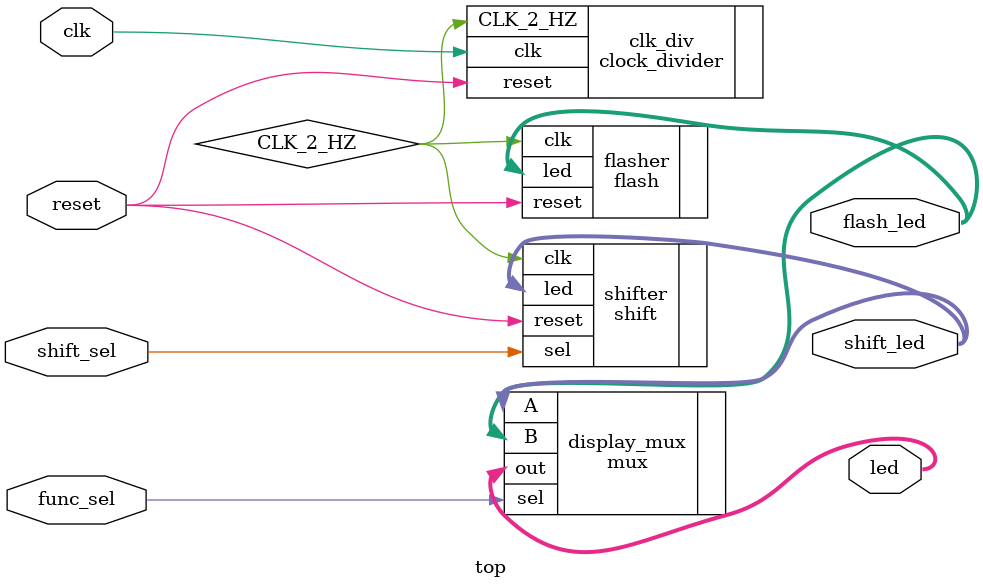
<source format=v>
`timescale 1ns / 1ps


module top(
    input clk,          // Our master clock at 100MHz, too fast so lets divide it
    input reset,        // We will use this reset to reset our flash/shift module
    input shift_sel,    // This will be how we control the direction of the shift module
    input func_sel,     // This will be how we select flash or shift outputs
    output [15:0] led,  // Our final led output based on the user's choice of switche settings
    output [15:0] shift_led,
    output [15:0] flash_led
    );
        
    wire CLK_2_HZ;      // This is an important wire, it comes from the clock divider.
    clock_divider clk_div(          // This is how modules are instantiated. 
        .clk        (clk),          // They look similar to function calls but notice the '.'
        .reset      (reset),        // This is known as using named port connections, 
        .CLK_2_HZ   (CLK_2_HZ)      // you name the port you want to connect to on the left after a '.' and in brackets '()' your inputs/output wires
    );                              // The other option is using ordered port connections, I don't recommend those..
    
//    wire [15:0] shift_led;      // This is the wire holding the shift led output values
    shift shifter(
        .sel    (shift_sel),
        .clk    (CLK_2_HZ),     // Good & slow 2Hz
        .led    (shift_led),    // We want to wire here
        .reset  (reset)         // Gotta have a reset
    );
    
//    wire [15:0] flash_led;      // This is the wire holding the flash led output values
    flash flasher(
        .clk    (CLK_2_HZ),     // Slooow clock
        .reset  (reset),        // Reset
        .led    (flash_led)     // we will wire our flash_led here
        );

    
    mux display_mux(        // And last, and certainly least (In hardware usage) the MUX!
        .sel    (func_sel),     // We want to wire our user input for flash/shift straight here
        .A      (shift_led),    // We want to add both led outputs here and wire them as inputs
        .B      (flash_led),
        .out    (led)       // Our final led output value
    );
    
endmodule


</source>
